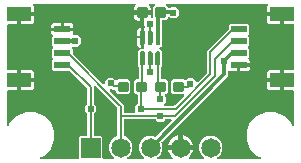
<source format=gbr>
G04 EAGLE Gerber RS-274X export*
G75*
%MOMM*%
%FSLAX34Y34*%
%LPD*%
%AMOC8*
5,1,8,0,0,1.08239X$1,22.5*%
G01*
%ADD10C,0.222250*%
%ADD11R,1.651000X1.651000*%
%ADD12C,1.651000*%
%ADD13R,1.350000X0.600000*%
%ADD14R,2.000000X1.200000*%
%ADD15R,0.400000X1.200000*%
%ADD16R,0.400000X1.000000*%
%ADD17C,0.609600*%
%ADD18C,0.203200*%
%ADD19C,0.304800*%

G36*
X144431Y5215D02*
X144431Y5215D01*
X144483Y5214D01*
X144562Y5235D01*
X144643Y5248D01*
X144690Y5270D01*
X144739Y5284D01*
X144809Y5328D01*
X144883Y5363D01*
X144920Y5398D01*
X144964Y5426D01*
X145017Y5489D01*
X145077Y5545D01*
X145102Y5589D01*
X145136Y5629D01*
X145168Y5704D01*
X145209Y5775D01*
X145220Y5826D01*
X145240Y5873D01*
X145249Y5955D01*
X145267Y6035D01*
X145262Y6086D01*
X145268Y6138D01*
X145252Y6218D01*
X145245Y6300D01*
X145226Y6348D01*
X145216Y6398D01*
X145188Y6442D01*
X145146Y6547D01*
X145033Y6686D01*
X145008Y6724D01*
X143765Y7967D01*
X142767Y9342D01*
X141995Y10856D01*
X141470Y12472D01*
X141351Y13223D01*
X151111Y13223D01*
X151212Y13238D01*
X151315Y13246D01*
X151343Y13258D01*
X151374Y13263D01*
X151466Y13307D01*
X151561Y13345D01*
X151585Y13365D01*
X151613Y13378D01*
X151688Y13448D01*
X151768Y13513D01*
X151785Y13539D01*
X151807Y13560D01*
X151858Y13649D01*
X151915Y13734D01*
X151920Y13758D01*
X151939Y13790D01*
X151997Y14050D01*
X151994Y14088D01*
X151999Y14111D01*
X151999Y15001D01*
X152001Y15001D01*
X152001Y14111D01*
X152016Y14009D01*
X152025Y13907D01*
X152036Y13879D01*
X152041Y13848D01*
X152085Y13756D01*
X152124Y13660D01*
X152143Y13637D01*
X152156Y13609D01*
X152226Y13534D01*
X152291Y13454D01*
X152317Y13437D01*
X152338Y13415D01*
X152427Y13364D01*
X152512Y13307D01*
X152536Y13301D01*
X152569Y13283D01*
X152828Y13225D01*
X152866Y13228D01*
X152889Y13223D01*
X162649Y13223D01*
X162530Y12472D01*
X162005Y10856D01*
X161233Y9342D01*
X160235Y7967D01*
X158992Y6724D01*
X158961Y6683D01*
X158923Y6647D01*
X158882Y6576D01*
X158834Y6510D01*
X158817Y6461D01*
X158791Y6417D01*
X158773Y6337D01*
X158746Y6259D01*
X158745Y6207D01*
X158733Y6157D01*
X158740Y6075D01*
X158737Y5993D01*
X158751Y5944D01*
X158755Y5892D01*
X158786Y5816D01*
X158807Y5737D01*
X158835Y5693D01*
X158854Y5645D01*
X158906Y5582D01*
X158950Y5513D01*
X158989Y5479D01*
X159022Y5439D01*
X159090Y5394D01*
X159152Y5341D01*
X159200Y5320D01*
X159243Y5292D01*
X159293Y5280D01*
X159397Y5236D01*
X159575Y5218D01*
X159620Y5208D01*
X170858Y5208D01*
X170909Y5215D01*
X170961Y5214D01*
X171040Y5235D01*
X171121Y5248D01*
X171167Y5270D01*
X171217Y5284D01*
X171286Y5328D01*
X171360Y5363D01*
X171398Y5398D01*
X171441Y5426D01*
X171495Y5489D01*
X171554Y5545D01*
X171580Y5589D01*
X171613Y5629D01*
X171646Y5704D01*
X171686Y5775D01*
X171698Y5826D01*
X171718Y5873D01*
X171726Y5955D01*
X171744Y6035D01*
X171740Y6086D01*
X171745Y6138D01*
X171729Y6218D01*
X171723Y6300D01*
X171703Y6348D01*
X171693Y6398D01*
X171666Y6442D01*
X171624Y6547D01*
X171511Y6686D01*
X171486Y6724D01*
X168894Y9316D01*
X167366Y13004D01*
X167366Y16996D01*
X168894Y20684D01*
X171716Y23506D01*
X175404Y25034D01*
X179396Y25034D01*
X183084Y23506D01*
X185906Y20684D01*
X187434Y16996D01*
X187434Y13004D01*
X185906Y9316D01*
X183314Y6724D01*
X183283Y6683D01*
X183246Y6647D01*
X183205Y6576D01*
X183156Y6510D01*
X183139Y6461D01*
X183114Y6417D01*
X183096Y6337D01*
X183069Y6259D01*
X183067Y6207D01*
X183056Y6157D01*
X183062Y6075D01*
X183060Y5993D01*
X183073Y5944D01*
X183077Y5892D01*
X183108Y5816D01*
X183130Y5737D01*
X183157Y5693D01*
X183176Y5645D01*
X183228Y5582D01*
X183272Y5513D01*
X183311Y5479D01*
X183344Y5439D01*
X183412Y5394D01*
X183475Y5341D01*
X183522Y5320D01*
X183565Y5292D01*
X183616Y5280D01*
X183719Y5236D01*
X183898Y5218D01*
X183942Y5208D01*
X219044Y5208D01*
X219135Y5222D01*
X219227Y5227D01*
X219266Y5241D01*
X219307Y5248D01*
X219390Y5288D01*
X219476Y5320D01*
X219509Y5345D01*
X219546Y5363D01*
X219614Y5426D01*
X219686Y5483D01*
X219710Y5516D01*
X219740Y5545D01*
X219786Y5625D01*
X219839Y5700D01*
X219852Y5740D01*
X219872Y5775D01*
X219892Y5865D01*
X219921Y5953D01*
X219921Y5995D01*
X219930Y6035D01*
X219922Y6127D01*
X219923Y6219D01*
X219912Y6259D01*
X219908Y6300D01*
X219874Y6385D01*
X219848Y6474D01*
X219825Y6508D01*
X219809Y6547D01*
X219751Y6618D01*
X219700Y6695D01*
X219674Y6713D01*
X219642Y6753D01*
X219421Y6900D01*
X219401Y6905D01*
X219384Y6917D01*
X216825Y7976D01*
X211176Y13625D01*
X208119Y21006D01*
X208119Y28994D01*
X211176Y36375D01*
X216825Y42024D01*
X224206Y45081D01*
X232194Y45081D01*
X239575Y42024D01*
X245224Y36375D01*
X246283Y33816D01*
X246331Y33737D01*
X246371Y33654D01*
X246399Y33624D01*
X246421Y33589D01*
X246490Y33527D01*
X246553Y33460D01*
X246589Y33439D01*
X246619Y33412D01*
X246703Y33374D01*
X246783Y33328D01*
X246824Y33319D01*
X246861Y33302D01*
X246953Y33290D01*
X247043Y33270D01*
X247084Y33273D01*
X247125Y33268D01*
X247216Y33284D01*
X247308Y33292D01*
X247346Y33307D01*
X247387Y33314D01*
X247469Y33356D01*
X247555Y33391D01*
X247587Y33417D01*
X247623Y33435D01*
X247689Y33500D01*
X247761Y33558D01*
X247784Y33593D01*
X247813Y33621D01*
X247857Y33703D01*
X247908Y33779D01*
X247915Y33810D01*
X247940Y33855D01*
X247991Y34116D01*
X247988Y34136D01*
X247992Y34156D01*
X247992Y62571D01*
X247977Y62673D01*
X247969Y62775D01*
X247957Y62803D01*
X247952Y62834D01*
X247908Y62926D01*
X247870Y63022D01*
X247850Y63045D01*
X247837Y63073D01*
X247767Y63148D01*
X247702Y63228D01*
X247676Y63245D01*
X247655Y63267D01*
X247566Y63318D01*
X247481Y63375D01*
X247457Y63381D01*
X247425Y63399D01*
X247165Y63457D01*
X247127Y63454D01*
X247104Y63459D01*
X239727Y63459D01*
X239727Y71111D01*
X239712Y71212D01*
X239703Y71315D01*
X239692Y71343D01*
X239687Y71374D01*
X239643Y71466D01*
X239604Y71561D01*
X239585Y71585D01*
X239572Y71613D01*
X239502Y71688D01*
X239437Y71768D01*
X239411Y71785D01*
X239390Y71807D01*
X239301Y71858D01*
X239216Y71915D01*
X239192Y71920D01*
X239159Y71939D01*
X238900Y71997D01*
X238862Y71994D01*
X238839Y71999D01*
X237949Y71999D01*
X237949Y72001D01*
X238839Y72001D01*
X238940Y72016D01*
X239043Y72025D01*
X239071Y72036D01*
X239102Y72041D01*
X239194Y72085D01*
X239289Y72124D01*
X239313Y72143D01*
X239341Y72156D01*
X239416Y72226D01*
X239496Y72291D01*
X239513Y72317D01*
X239535Y72338D01*
X239586Y72427D01*
X239643Y72512D01*
X239648Y72536D01*
X239667Y72569D01*
X239725Y72828D01*
X239722Y72866D01*
X239727Y72889D01*
X239727Y80541D01*
X247104Y80541D01*
X247206Y80556D01*
X247308Y80564D01*
X247336Y80576D01*
X247367Y80581D01*
X247459Y80625D01*
X247555Y80663D01*
X247578Y80683D01*
X247606Y80696D01*
X247681Y80766D01*
X247761Y80831D01*
X247778Y80857D01*
X247800Y80878D01*
X247851Y80967D01*
X247908Y81052D01*
X247914Y81076D01*
X247932Y81108D01*
X247990Y81368D01*
X247987Y81406D01*
X247992Y81429D01*
X247992Y118571D01*
X247977Y118672D01*
X247969Y118775D01*
X247957Y118803D01*
X247952Y118834D01*
X247908Y118926D01*
X247870Y119022D01*
X247850Y119045D01*
X247837Y119073D01*
X247767Y119148D01*
X247702Y119228D01*
X247676Y119245D01*
X247655Y119267D01*
X247566Y119318D01*
X247481Y119375D01*
X247457Y119381D01*
X247425Y119399D01*
X247165Y119457D01*
X247127Y119454D01*
X247104Y119459D01*
X239727Y119459D01*
X239727Y127111D01*
X239712Y127212D01*
X239703Y127315D01*
X239692Y127343D01*
X239687Y127374D01*
X239643Y127466D01*
X239604Y127561D01*
X239585Y127585D01*
X239572Y127613D01*
X239502Y127688D01*
X239437Y127768D01*
X239411Y127785D01*
X239390Y127807D01*
X239301Y127858D01*
X239216Y127915D01*
X239192Y127920D01*
X239159Y127939D01*
X238900Y127997D01*
X238862Y127994D01*
X238839Y127999D01*
X237949Y127999D01*
X237949Y128889D01*
X237934Y128990D01*
X237925Y129093D01*
X237914Y129121D01*
X237909Y129152D01*
X237865Y129244D01*
X237826Y129339D01*
X237807Y129363D01*
X237794Y129391D01*
X237724Y129466D01*
X237659Y129546D01*
X237633Y129563D01*
X237612Y129585D01*
X237523Y129636D01*
X237438Y129693D01*
X237414Y129698D01*
X237381Y129717D01*
X237122Y129775D01*
X237084Y129772D01*
X237061Y129777D01*
X225409Y129777D01*
X225409Y134335D01*
X225582Y134981D01*
X225859Y135460D01*
X225884Y135524D01*
X225918Y135583D01*
X225932Y135647D01*
X225956Y135707D01*
X225961Y135776D01*
X225976Y135843D01*
X225971Y135908D01*
X225975Y135972D01*
X225960Y136039D01*
X225954Y136108D01*
X225930Y136168D01*
X225916Y136231D01*
X225881Y136291D01*
X225855Y136355D01*
X225814Y136405D01*
X225782Y136461D01*
X225731Y136507D01*
X225688Y136561D01*
X225634Y136597D01*
X225586Y136641D01*
X225524Y136670D01*
X225467Y136708D01*
X225423Y136718D01*
X225346Y136755D01*
X225103Y136789D01*
X225090Y136792D01*
X140421Y136792D01*
X140370Y136785D01*
X140318Y136786D01*
X140239Y136765D01*
X140158Y136752D01*
X140111Y136730D01*
X140062Y136716D01*
X139992Y136672D01*
X139919Y136637D01*
X139881Y136602D01*
X139837Y136574D01*
X139784Y136511D01*
X139724Y136455D01*
X139699Y136411D01*
X139665Y136371D01*
X139633Y136296D01*
X139592Y136225D01*
X139581Y136174D01*
X139561Y136127D01*
X139552Y136045D01*
X139535Y135965D01*
X139539Y135914D01*
X139533Y135862D01*
X139550Y135782D01*
X139556Y135700D01*
X139575Y135652D01*
X139585Y135602D01*
X139613Y135558D01*
X139655Y135453D01*
X139768Y135314D01*
X139793Y135276D01*
X141120Y133949D01*
X141120Y133609D01*
X141135Y133507D01*
X141143Y133405D01*
X141155Y133377D01*
X141160Y133346D01*
X141204Y133254D01*
X141242Y133158D01*
X141262Y133135D01*
X141275Y133107D01*
X141345Y133032D01*
X141410Y132952D01*
X141436Y132935D01*
X141457Y132913D01*
X141546Y132862D01*
X141631Y132805D01*
X141655Y132799D01*
X141687Y132781D01*
X141798Y132756D01*
X141814Y132749D01*
X141842Y132746D01*
X141947Y132723D01*
X141985Y132726D01*
X142008Y132721D01*
X142037Y132721D01*
X142057Y132724D01*
X142078Y132722D01*
X142179Y132742D01*
X142212Y132744D01*
X142223Y132749D01*
X142300Y132761D01*
X142318Y132770D01*
X142339Y132774D01*
X142378Y132798D01*
X142539Y132876D01*
X142621Y132953D01*
X142665Y132981D01*
X143797Y134113D01*
X147795Y134113D01*
X150623Y131285D01*
X150623Y127287D01*
X147795Y124459D01*
X143797Y124459D01*
X142636Y125620D01*
X142595Y125651D01*
X142559Y125688D01*
X142488Y125729D01*
X142422Y125778D01*
X142373Y125795D01*
X142329Y125820D01*
X142249Y125838D01*
X142171Y125865D01*
X142119Y125867D01*
X142069Y125878D01*
X141987Y125871D01*
X141905Y125874D01*
X141856Y125861D01*
X141804Y125856D01*
X141728Y125826D01*
X141649Y125804D01*
X141605Y125777D01*
X141557Y125757D01*
X141494Y125706D01*
X141425Y125662D01*
X141391Y125622D01*
X141351Y125590D01*
X141306Y125521D01*
X141253Y125459D01*
X141232Y125412D01*
X141204Y125369D01*
X141192Y125318D01*
X141148Y125215D01*
X141130Y125036D01*
X141120Y124992D01*
X141120Y124887D01*
X139427Y123194D01*
X136961Y123194D01*
X136859Y123179D01*
X136757Y123171D01*
X136729Y123159D01*
X136698Y123154D01*
X136606Y123110D01*
X136510Y123072D01*
X136487Y123052D01*
X136459Y123039D01*
X136384Y122969D01*
X136304Y122904D01*
X136287Y122878D01*
X136265Y122857D01*
X136214Y122768D01*
X136157Y122683D01*
X136151Y122659D01*
X136133Y122627D01*
X136075Y122367D01*
X136078Y122329D01*
X136073Y122306D01*
X136073Y115145D01*
X136076Y115124D01*
X136074Y115103D01*
X136096Y114993D01*
X136113Y114882D01*
X136122Y114863D01*
X136126Y114842D01*
X136150Y114804D01*
X136228Y114643D01*
X136305Y114560D01*
X136333Y114517D01*
X136549Y114301D01*
X136549Y100827D01*
X135507Y99785D01*
X134937Y99785D01*
X134812Y99766D01*
X134687Y99749D01*
X134681Y99747D01*
X134674Y99745D01*
X134560Y99690D01*
X134446Y99637D01*
X134441Y99633D01*
X134435Y99630D01*
X134342Y99543D01*
X134249Y99459D01*
X134246Y99453D01*
X134241Y99448D01*
X134178Y99339D01*
X134114Y99230D01*
X134112Y99223D01*
X134109Y99218D01*
X134081Y99095D01*
X134052Y98972D01*
X134052Y98965D01*
X134051Y98958D01*
X134061Y98832D01*
X134070Y98706D01*
X134072Y98701D01*
X134073Y98693D01*
X134172Y98446D01*
X134216Y98392D01*
X134232Y98356D01*
X134423Y98107D01*
X134438Y98093D01*
X134449Y98075D01*
X134534Y98001D01*
X134615Y97923D01*
X134634Y97914D01*
X134649Y97900D01*
X134692Y97884D01*
X134852Y97804D01*
X134964Y97785D01*
X135012Y97768D01*
X135091Y97757D01*
X135190Y97662D01*
X135255Y97629D01*
X135284Y97559D01*
X135295Y97541D01*
X135301Y97521D01*
X135363Y97427D01*
X135421Y97331D01*
X135437Y97317D01*
X135449Y97300D01*
X135486Y97274D01*
X135620Y97154D01*
X135723Y97108D01*
X135765Y97078D01*
X135838Y97048D01*
X135909Y96930D01*
X135964Y96881D01*
X135974Y96806D01*
X135979Y96786D01*
X135980Y96765D01*
X136016Y96659D01*
X136047Y96551D01*
X136059Y96533D01*
X136066Y96513D01*
X136095Y96478D01*
X136193Y96329D01*
X136280Y96257D01*
X136313Y96217D01*
X136376Y96169D01*
X136415Y96037D01*
X136465Y95959D01*
X136462Y95922D01*
X136472Y95869D01*
X136473Y95814D01*
X136498Y95739D01*
X136514Y95661D01*
X136535Y95628D01*
X136549Y95586D01*
X136549Y95459D01*
X136589Y95196D01*
X136611Y95150D01*
X136616Y95119D01*
X136685Y94952D01*
X136649Y94864D01*
X136640Y94827D01*
X136623Y94793D01*
X136618Y94740D01*
X136585Y94606D01*
X136594Y94461D01*
X136589Y94408D01*
X136656Y93901D01*
X136633Y93866D01*
X136626Y93838D01*
X136604Y93797D01*
X136550Y93537D01*
X136553Y93507D01*
X136549Y93489D01*
X136549Y83827D01*
X135825Y83103D01*
X135812Y83086D01*
X135796Y83073D01*
X135780Y83049D01*
X135767Y83037D01*
X135736Y82983D01*
X135734Y82980D01*
X135667Y82889D01*
X135660Y82870D01*
X135649Y82852D01*
X135641Y82816D01*
X135635Y82806D01*
X135629Y82779D01*
X135580Y82638D01*
X135576Y82526D01*
X135565Y82475D01*
X135565Y73792D01*
X135580Y73690D01*
X135588Y73588D01*
X135600Y73560D01*
X135605Y73529D01*
X135649Y73437D01*
X135687Y73341D01*
X135707Y73318D01*
X135720Y73290D01*
X135790Y73215D01*
X135855Y73135D01*
X135881Y73118D01*
X135902Y73096D01*
X135991Y73045D01*
X136076Y72988D01*
X136100Y72982D01*
X136132Y72964D01*
X136392Y72906D01*
X136430Y72909D01*
X136453Y72904D01*
X139325Y72904D01*
X141018Y71211D01*
X141018Y62149D01*
X139325Y60456D01*
X139268Y60456D01*
X139217Y60449D01*
X139166Y60450D01*
X139086Y60429D01*
X139005Y60416D01*
X138959Y60394D01*
X138909Y60380D01*
X138840Y60336D01*
X138766Y60301D01*
X138728Y60266D01*
X138685Y60238D01*
X138632Y60175D01*
X138572Y60119D01*
X138546Y60075D01*
X138513Y60035D01*
X138480Y59960D01*
X138440Y59889D01*
X138429Y59838D01*
X138408Y59791D01*
X138400Y59709D01*
X138382Y59629D01*
X138386Y59578D01*
X138381Y59526D01*
X138397Y59446D01*
X138404Y59364D01*
X138423Y59316D01*
X138433Y59266D01*
X138461Y59222D01*
X138503Y59117D01*
X138616Y58978D01*
X138640Y58940D01*
X139701Y57879D01*
X139701Y53881D01*
X137883Y52063D01*
X137852Y52022D01*
X137815Y51986D01*
X137774Y51915D01*
X137725Y51849D01*
X137708Y51800D01*
X137683Y51756D01*
X137665Y51676D01*
X137638Y51598D01*
X137636Y51546D01*
X137625Y51496D01*
X137632Y51414D01*
X137629Y51332D01*
X137642Y51283D01*
X137647Y51231D01*
X137677Y51155D01*
X137699Y51076D01*
X137726Y51032D01*
X137746Y50984D01*
X137797Y50921D01*
X137841Y50852D01*
X137881Y50818D01*
X137913Y50778D01*
X137982Y50733D01*
X138044Y50680D01*
X138091Y50659D01*
X138134Y50631D01*
X138185Y50619D01*
X138288Y50575D01*
X138467Y50557D01*
X138511Y50547D01*
X146332Y50547D01*
X146352Y50550D01*
X146373Y50548D01*
X146484Y50570D01*
X146594Y50587D01*
X146613Y50596D01*
X146634Y50600D01*
X146673Y50624D01*
X146834Y50702D01*
X146916Y50779D01*
X146960Y50807D01*
X155093Y58940D01*
X155123Y58981D01*
X155161Y59017D01*
X155202Y59088D01*
X155251Y59154D01*
X155268Y59203D01*
X155293Y59247D01*
X155311Y59327D01*
X155338Y59405D01*
X155340Y59457D01*
X155351Y59507D01*
X155344Y59589D01*
X155347Y59671D01*
X155333Y59720D01*
X155329Y59772D01*
X155299Y59848D01*
X155277Y59927D01*
X155249Y59971D01*
X155230Y60019D01*
X155178Y60082D01*
X155135Y60151D01*
X155095Y60185D01*
X155063Y60225D01*
X154994Y60270D01*
X154932Y60323D01*
X154884Y60344D01*
X154842Y60372D01*
X154791Y60384D01*
X154687Y60428D01*
X154509Y60446D01*
X154465Y60456D01*
X145503Y60456D01*
X143810Y62149D01*
X143810Y71211D01*
X145503Y72904D01*
X154565Y72904D01*
X155413Y72055D01*
X155496Y71994D01*
X155574Y71928D01*
X155602Y71916D01*
X155627Y71898D01*
X155724Y71864D01*
X155819Y71824D01*
X155849Y71820D01*
X155878Y71810D01*
X155981Y71807D01*
X156083Y71796D01*
X156113Y71802D01*
X156144Y71801D01*
X156243Y71828D01*
X156344Y71848D01*
X156364Y71861D01*
X156400Y71871D01*
X156625Y72014D01*
X156649Y72043D01*
X156669Y72055D01*
X158275Y73661D01*
X162273Y73661D01*
X165167Y70767D01*
X165177Y70733D01*
X165221Y70664D01*
X165256Y70590D01*
X165291Y70552D01*
X165319Y70509D01*
X165382Y70456D01*
X165438Y70396D01*
X165482Y70370D01*
X165522Y70337D01*
X165597Y70305D01*
X165668Y70264D01*
X165719Y70253D01*
X165766Y70232D01*
X165848Y70224D01*
X165928Y70206D01*
X165979Y70210D01*
X166031Y70205D01*
X166111Y70221D01*
X166193Y70228D01*
X166241Y70247D01*
X166291Y70257D01*
X166335Y70285D01*
X166440Y70327D01*
X166579Y70440D01*
X166617Y70464D01*
X174237Y78084D01*
X174250Y78101D01*
X174266Y78114D01*
X174328Y78208D01*
X174395Y78298D01*
X174402Y78318D01*
X174413Y78336D01*
X174423Y78380D01*
X174482Y78549D01*
X174486Y78662D01*
X174497Y78712D01*
X174497Y96662D01*
X176394Y98559D01*
X176395Y98559D01*
X192411Y114575D01*
X192424Y114592D01*
X192440Y114606D01*
X192502Y114699D01*
X192569Y114789D01*
X192576Y114809D01*
X192587Y114827D01*
X192597Y114871D01*
X192656Y115040D01*
X192660Y115153D01*
X192671Y115204D01*
X192671Y118737D01*
X193713Y119779D01*
X208687Y119779D01*
X209729Y118737D01*
X209729Y111263D01*
X209094Y110628D01*
X209066Y110591D01*
X209046Y110573D01*
X209027Y110539D01*
X208966Y110467D01*
X208954Y110439D01*
X208936Y110414D01*
X208902Y110317D01*
X208862Y110223D01*
X208859Y110192D01*
X208849Y110163D01*
X208845Y110060D01*
X208834Y109958D01*
X208840Y109928D01*
X208839Y109897D01*
X208866Y109798D01*
X208886Y109698D01*
X208899Y109677D01*
X208909Y109641D01*
X209052Y109417D01*
X209081Y109392D01*
X209094Y109372D01*
X209729Y108737D01*
X209729Y101263D01*
X209094Y100628D01*
X209033Y100545D01*
X208966Y100467D01*
X208954Y100439D01*
X208936Y100414D01*
X208902Y100317D01*
X208862Y100223D01*
X208859Y100192D01*
X208849Y100163D01*
X208845Y100060D01*
X208834Y99958D01*
X208840Y99928D01*
X208839Y99897D01*
X208866Y99798D01*
X208886Y99698D01*
X208899Y99677D01*
X208909Y99641D01*
X209052Y99417D01*
X209081Y99392D01*
X209094Y99372D01*
X209729Y98737D01*
X209729Y91263D01*
X209632Y91167D01*
X209571Y91084D01*
X209505Y91006D01*
X209493Y90978D01*
X209475Y90953D01*
X209441Y90856D01*
X209401Y90762D01*
X209397Y90731D01*
X209387Y90702D01*
X209384Y90599D01*
X209373Y90497D01*
X209379Y90467D01*
X209378Y90436D01*
X209405Y90337D01*
X209425Y90236D01*
X209438Y90216D01*
X209448Y90180D01*
X209591Y89955D01*
X209620Y89931D01*
X209632Y89911D01*
X209983Y89560D01*
X210318Y88981D01*
X210491Y88335D01*
X210491Y86499D01*
X201811Y86499D01*
X201710Y86484D01*
X201607Y86476D01*
X201579Y86464D01*
X201548Y86459D01*
X201456Y86415D01*
X201361Y86377D01*
X201337Y86357D01*
X201309Y86344D01*
X201234Y86274D01*
X201154Y86209D01*
X201137Y86183D01*
X201115Y86162D01*
X201064Y86073D01*
X201007Y85988D01*
X201002Y85964D01*
X200983Y85932D01*
X200925Y85672D01*
X200928Y85634D01*
X200923Y85611D01*
X200923Y85277D01*
X200589Y85277D01*
X200487Y85262D01*
X200385Y85253D01*
X200357Y85242D01*
X200326Y85237D01*
X200234Y85193D01*
X200138Y85154D01*
X200115Y85135D01*
X200087Y85122D01*
X200012Y85051D01*
X199932Y84987D01*
X199915Y84961D01*
X199893Y84940D01*
X199842Y84851D01*
X199785Y84766D01*
X199779Y84742D01*
X199761Y84709D01*
X199703Y84450D01*
X199706Y84412D01*
X199701Y84389D01*
X199701Y79459D01*
X194115Y79459D01*
X193469Y79632D01*
X193103Y79844D01*
X193039Y79869D01*
X192980Y79903D01*
X192916Y79917D01*
X192856Y79941D01*
X192787Y79946D01*
X192720Y79961D01*
X192655Y79956D01*
X192591Y79960D01*
X192523Y79945D01*
X192455Y79939D01*
X192395Y79915D01*
X192332Y79900D01*
X192272Y79866D01*
X192208Y79840D01*
X192158Y79799D01*
X192102Y79766D01*
X192056Y79716D01*
X192002Y79673D01*
X191966Y79618D01*
X191922Y79571D01*
X191893Y79509D01*
X191855Y79451D01*
X191845Y79407D01*
X191808Y79330D01*
X191774Y79088D01*
X191771Y79075D01*
X191771Y75500D01*
X189576Y73305D01*
X136067Y19796D01*
X136030Y19747D01*
X135986Y19703D01*
X135952Y19640D01*
X135909Y19582D01*
X135889Y19524D01*
X135860Y19469D01*
X135846Y19399D01*
X135822Y19331D01*
X135820Y19269D01*
X135808Y19209D01*
X135816Y19161D01*
X135813Y19066D01*
X135869Y18859D01*
X135875Y18828D01*
X136634Y16996D01*
X136634Y13004D01*
X135106Y9316D01*
X132514Y6724D01*
X132483Y6683D01*
X132446Y6647D01*
X132405Y6576D01*
X132356Y6510D01*
X132339Y6461D01*
X132314Y6417D01*
X132296Y6337D01*
X132269Y6259D01*
X132267Y6207D01*
X132256Y6157D01*
X132262Y6075D01*
X132260Y5993D01*
X132273Y5944D01*
X132277Y5892D01*
X132308Y5816D01*
X132330Y5737D01*
X132357Y5693D01*
X132376Y5645D01*
X132428Y5582D01*
X132472Y5513D01*
X132511Y5479D01*
X132544Y5439D01*
X132612Y5394D01*
X132675Y5341D01*
X132722Y5320D01*
X132765Y5292D01*
X132816Y5280D01*
X132919Y5236D01*
X133098Y5218D01*
X133142Y5208D01*
X144380Y5208D01*
X144431Y5215D01*
G37*
G36*
X64980Y5223D02*
X64980Y5223D01*
X65082Y5231D01*
X65110Y5243D01*
X65141Y5248D01*
X65233Y5292D01*
X65329Y5330D01*
X65352Y5350D01*
X65380Y5363D01*
X65455Y5433D01*
X65535Y5498D01*
X65552Y5524D01*
X65574Y5545D01*
X65625Y5634D01*
X65682Y5719D01*
X65688Y5743D01*
X65706Y5775D01*
X65764Y6035D01*
X65761Y6073D01*
X65766Y6096D01*
X65766Y23992D01*
X66808Y25034D01*
X72117Y25034D01*
X72219Y25049D01*
X72321Y25057D01*
X72349Y25069D01*
X72380Y25074D01*
X72472Y25118D01*
X72568Y25156D01*
X72591Y25176D01*
X72619Y25189D01*
X72694Y25259D01*
X72774Y25324D01*
X72791Y25350D01*
X72813Y25371D01*
X72864Y25460D01*
X72921Y25545D01*
X72927Y25569D01*
X72945Y25601D01*
X73003Y25861D01*
X73000Y25899D01*
X73005Y25922D01*
X73005Y43353D01*
X73002Y43374D01*
X73004Y43394D01*
X72982Y43505D01*
X72965Y43616D01*
X72956Y43634D01*
X72952Y43655D01*
X72928Y43694D01*
X72850Y43855D01*
X72773Y43937D01*
X72745Y43981D01*
X70973Y45753D01*
X70973Y49751D01*
X72745Y51523D01*
X72758Y51540D01*
X72774Y51553D01*
X72836Y51647D01*
X72903Y51737D01*
X72910Y51757D01*
X72921Y51774D01*
X72931Y51819D01*
X72990Y51988D01*
X72994Y52101D01*
X73005Y52151D01*
X73005Y64660D01*
X73002Y64681D01*
X73004Y64702D01*
X72982Y64812D01*
X72965Y64923D01*
X72956Y64942D01*
X72952Y64963D01*
X72928Y65001D01*
X72850Y65163D01*
X72773Y65245D01*
X72745Y65289D01*
X58073Y79961D01*
X58056Y79974D01*
X58042Y79990D01*
X57949Y80052D01*
X57859Y80119D01*
X57839Y80126D01*
X57821Y80137D01*
X57777Y80147D01*
X57608Y80206D01*
X57495Y80210D01*
X57444Y80221D01*
X44513Y80221D01*
X43471Y81263D01*
X43471Y88737D01*
X44106Y89372D01*
X44167Y89455D01*
X44234Y89533D01*
X44246Y89561D01*
X44264Y89586D01*
X44298Y89683D01*
X44338Y89777D01*
X44341Y89808D01*
X44351Y89837D01*
X44355Y89940D01*
X44366Y90042D01*
X44360Y90072D01*
X44361Y90103D01*
X44334Y90202D01*
X44314Y90302D01*
X44301Y90323D01*
X44291Y90359D01*
X44148Y90583D01*
X44119Y90608D01*
X44106Y90628D01*
X43471Y91263D01*
X43471Y98737D01*
X44106Y99372D01*
X44167Y99455D01*
X44234Y99533D01*
X44246Y99561D01*
X44264Y99586D01*
X44298Y99683D01*
X44338Y99777D01*
X44341Y99808D01*
X44351Y99837D01*
X44355Y99940D01*
X44366Y100042D01*
X44360Y100072D01*
X44361Y100103D01*
X44334Y100202D01*
X44314Y100302D01*
X44301Y100323D01*
X44291Y100359D01*
X44148Y100583D01*
X44119Y100608D01*
X44106Y100628D01*
X43471Y101263D01*
X43471Y108737D01*
X43568Y108833D01*
X43629Y108916D01*
X43695Y108994D01*
X43707Y109022D01*
X43725Y109047D01*
X43759Y109144D01*
X43799Y109238D01*
X43803Y109269D01*
X43813Y109298D01*
X43816Y109401D01*
X43827Y109503D01*
X43821Y109533D01*
X43822Y109564D01*
X43795Y109663D01*
X43775Y109764D01*
X43762Y109784D01*
X43752Y109820D01*
X43609Y110045D01*
X43580Y110069D01*
X43568Y110089D01*
X43217Y110440D01*
X42882Y111019D01*
X42709Y111665D01*
X42709Y113501D01*
X51389Y113501D01*
X51490Y113516D01*
X51593Y113524D01*
X51621Y113536D01*
X51652Y113540D01*
X51744Y113585D01*
X51839Y113623D01*
X51863Y113643D01*
X51891Y113656D01*
X51966Y113726D01*
X51997Y113752D01*
X52013Y113732D01*
X52039Y113715D01*
X52060Y113693D01*
X52149Y113642D01*
X52234Y113585D01*
X52258Y113579D01*
X52291Y113561D01*
X52550Y113503D01*
X52588Y113506D01*
X52611Y113501D01*
X61291Y113501D01*
X61291Y111665D01*
X61139Y111101D01*
X61130Y111016D01*
X61111Y110932D01*
X61115Y110884D01*
X61110Y110837D01*
X61126Y110752D01*
X61133Y110667D01*
X61151Y110623D01*
X61160Y110576D01*
X61200Y110500D01*
X61232Y110420D01*
X61262Y110383D01*
X61285Y110341D01*
X61345Y110281D01*
X61399Y110214D01*
X61439Y110188D01*
X61473Y110154D01*
X61549Y110114D01*
X61621Y110067D01*
X61655Y110059D01*
X61709Y110031D01*
X61971Y109983D01*
X61987Y109985D01*
X61997Y109983D01*
X64991Y109983D01*
X67819Y107155D01*
X67819Y103157D01*
X64991Y100329D01*
X61081Y100329D01*
X61030Y100322D01*
X60978Y100323D01*
X60899Y100302D01*
X60818Y100289D01*
X60771Y100267D01*
X60722Y100253D01*
X60652Y100209D01*
X60579Y100174D01*
X60541Y100138D01*
X60497Y100111D01*
X60444Y100048D01*
X60384Y99992D01*
X60359Y99947D01*
X60325Y99908D01*
X60293Y99833D01*
X60252Y99762D01*
X60241Y99711D01*
X60221Y99664D01*
X60212Y99582D01*
X60194Y99502D01*
X60199Y99451D01*
X60193Y99399D01*
X60209Y99319D01*
X60216Y99237D01*
X60235Y99189D01*
X60245Y99139D01*
X60273Y99095D01*
X60315Y98990D01*
X60428Y98851D01*
X60453Y98813D01*
X60529Y98737D01*
X60529Y95176D01*
X60532Y95155D01*
X60530Y95134D01*
X60552Y95023D01*
X60569Y94913D01*
X60578Y94894D01*
X60582Y94873D01*
X60606Y94835D01*
X60684Y94673D01*
X60761Y94591D01*
X60789Y94547D01*
X86367Y68969D01*
X86408Y68939D01*
X86444Y68901D01*
X86515Y68860D01*
X86581Y68812D01*
X86630Y68795D01*
X86674Y68769D01*
X86754Y68751D01*
X86832Y68724D01*
X86884Y68723D01*
X86934Y68711D01*
X87016Y68718D01*
X87098Y68715D01*
X87147Y68729D01*
X87199Y68733D01*
X87275Y68763D01*
X87354Y68785D01*
X87398Y68813D01*
X87446Y68832D01*
X87509Y68884D01*
X87578Y68928D01*
X87612Y68967D01*
X87652Y69000D01*
X87697Y69068D01*
X87750Y69130D01*
X87771Y69178D01*
X87799Y69221D01*
X87811Y69271D01*
X87855Y69375D01*
X87873Y69553D01*
X87883Y69597D01*
X87883Y71341D01*
X90711Y74169D01*
X94709Y74169D01*
X96667Y72211D01*
X96749Y72150D01*
X96828Y72084D01*
X96856Y72072D01*
X96881Y72054D01*
X96978Y72020D01*
X97072Y71980D01*
X97103Y71976D01*
X97132Y71966D01*
X97234Y71963D01*
X97336Y71952D01*
X97367Y71958D01*
X97397Y71957D01*
X97496Y71984D01*
X97597Y72004D01*
X97617Y72017D01*
X97654Y72027D01*
X97878Y72170D01*
X97903Y72199D01*
X97923Y72211D01*
X98619Y72908D01*
X107681Y72908D01*
X109374Y71215D01*
X109374Y62153D01*
X107681Y60460D01*
X98619Y60460D01*
X96926Y62153D01*
X96926Y63001D01*
X96911Y63103D01*
X96903Y63205D01*
X96891Y63233D01*
X96886Y63264D01*
X96842Y63356D01*
X96804Y63452D01*
X96784Y63475D01*
X96771Y63503D01*
X96701Y63578D01*
X96636Y63658D01*
X96610Y63675D01*
X96589Y63697D01*
X96500Y63748D01*
X96415Y63805D01*
X96391Y63811D01*
X96359Y63829D01*
X96099Y63887D01*
X96061Y63884D01*
X96038Y63889D01*
X94210Y63889D01*
X93845Y64255D01*
X93828Y64268D01*
X93814Y64284D01*
X93721Y64346D01*
X93631Y64413D01*
X93611Y64420D01*
X93593Y64431D01*
X93549Y64441D01*
X93380Y64500D01*
X93267Y64504D01*
X93216Y64515D01*
X92965Y64515D01*
X92915Y64508D01*
X92863Y64509D01*
X92784Y64488D01*
X92703Y64475D01*
X92656Y64453D01*
X92606Y64439D01*
X92537Y64395D01*
X92463Y64360D01*
X92426Y64325D01*
X92382Y64297D01*
X92329Y64234D01*
X92269Y64178D01*
X92243Y64134D01*
X92210Y64094D01*
X92178Y64019D01*
X92137Y63948D01*
X92126Y63897D01*
X92106Y63850D01*
X92097Y63768D01*
X92079Y63688D01*
X92084Y63637D01*
X92078Y63585D01*
X92094Y63505D01*
X92101Y63423D01*
X92120Y63375D01*
X92130Y63325D01*
X92158Y63281D01*
X92200Y63176D01*
X92313Y63037D01*
X92337Y62999D01*
X100973Y54363D01*
X103995Y51342D01*
X103995Y45339D01*
X104010Y45237D01*
X104018Y45135D01*
X104030Y45107D01*
X104035Y45076D01*
X104079Y44984D01*
X104117Y44888D01*
X104137Y44865D01*
X104150Y44837D01*
X104220Y44762D01*
X104285Y44682D01*
X104311Y44665D01*
X104332Y44643D01*
X104421Y44592D01*
X104506Y44535D01*
X104530Y44529D01*
X104562Y44511D01*
X104822Y44453D01*
X104860Y44456D01*
X104883Y44451D01*
X112695Y44451D01*
X112746Y44458D01*
X112798Y44457D01*
X112877Y44478D01*
X112958Y44491D01*
X113004Y44513D01*
X113054Y44527D01*
X113123Y44571D01*
X113197Y44606D01*
X113235Y44642D01*
X113278Y44669D01*
X113331Y44732D01*
X113391Y44788D01*
X113417Y44833D01*
X113450Y44872D01*
X113483Y44947D01*
X113523Y45018D01*
X113534Y45069D01*
X113555Y45117D01*
X113563Y45198D01*
X113581Y45278D01*
X113577Y45330D01*
X113582Y45381D01*
X113566Y45461D01*
X113559Y45543D01*
X113540Y45591D01*
X113537Y45605D01*
X113537Y49751D01*
X115309Y51523D01*
X115322Y51540D01*
X115338Y51553D01*
X115400Y51647D01*
X115467Y51737D01*
X115474Y51757D01*
X115485Y51774D01*
X115495Y51819D01*
X115554Y51988D01*
X115558Y52101D01*
X115569Y52151D01*
X115569Y59572D01*
X115554Y59674D01*
X115546Y59776D01*
X115534Y59804D01*
X115529Y59835D01*
X115485Y59927D01*
X115447Y60023D01*
X115427Y60046D01*
X115414Y60074D01*
X115344Y60149D01*
X115279Y60229D01*
X115253Y60246D01*
X115232Y60268D01*
X115143Y60319D01*
X115058Y60376D01*
X115034Y60382D01*
X115002Y60400D01*
X114742Y60458D01*
X114704Y60455D01*
X114681Y60460D01*
X113859Y60460D01*
X112166Y62153D01*
X112166Y71215D01*
X113859Y72908D01*
X116087Y72908D01*
X116189Y72923D01*
X116291Y72931D01*
X116319Y72943D01*
X116350Y72948D01*
X116442Y72992D01*
X116538Y73030D01*
X116561Y73050D01*
X116589Y73063D01*
X116664Y73133D01*
X116744Y73198D01*
X116761Y73224D01*
X116783Y73245D01*
X116834Y73334D01*
X116891Y73419D01*
X116897Y73443D01*
X116915Y73475D01*
X116973Y73735D01*
X116970Y73773D01*
X116975Y73796D01*
X116975Y82475D01*
X116972Y82496D01*
X116974Y82517D01*
X116952Y82627D01*
X116935Y82738D01*
X116926Y82757D01*
X116922Y82778D01*
X116898Y82816D01*
X116855Y82904D01*
X116842Y82936D01*
X116836Y82944D01*
X116820Y82977D01*
X116743Y83060D01*
X116715Y83103D01*
X115991Y83827D01*
X115991Y93489D01*
X115977Y93584D01*
X115971Y93680D01*
X115958Y93706D01*
X115951Y93752D01*
X115883Y93893D01*
X115951Y94408D01*
X115950Y94447D01*
X115958Y94484D01*
X115949Y94536D01*
X115946Y94674D01*
X115900Y94813D01*
X115891Y94864D01*
X115855Y94952D01*
X115924Y95119D01*
X115987Y95377D01*
X115985Y95428D01*
X115991Y95459D01*
X115991Y95591D01*
X116003Y95624D01*
X116038Y95695D01*
X116041Y95735D01*
X116064Y95801D01*
X116069Y95935D01*
X116085Y95979D01*
X116152Y96100D01*
X116166Y96171D01*
X116227Y96217D01*
X116241Y96232D01*
X116259Y96243D01*
X116333Y96328D01*
X116411Y96409D01*
X116420Y96428D01*
X116434Y96443D01*
X116450Y96486D01*
X116530Y96646D01*
X116549Y96758D01*
X116566Y96806D01*
X116577Y96885D01*
X116672Y96984D01*
X116705Y97049D01*
X116775Y97078D01*
X116793Y97089D01*
X116813Y97095D01*
X116907Y97157D01*
X117003Y97215D01*
X117017Y97231D01*
X117034Y97243D01*
X117060Y97280D01*
X117180Y97414D01*
X117226Y97517D01*
X117256Y97559D01*
X117286Y97632D01*
X117404Y97703D01*
X117453Y97758D01*
X117528Y97768D01*
X117548Y97773D01*
X117569Y97774D01*
X117675Y97810D01*
X117783Y97841D01*
X117801Y97853D01*
X117820Y97859D01*
X117855Y97889D01*
X118005Y97987D01*
X118028Y98015D01*
X118034Y98019D01*
X118078Y98075D01*
X118116Y98107D01*
X118131Y98126D01*
X118154Y98167D01*
X118174Y98192D01*
X118178Y98202D01*
X118198Y98227D01*
X118224Y98295D01*
X118259Y98359D01*
X118272Y98418D01*
X118294Y98475D01*
X118299Y98548D01*
X118313Y98619D01*
X118307Y98680D01*
X118312Y98741D01*
X118295Y98811D01*
X118288Y98883D01*
X118264Y98940D01*
X118250Y98999D01*
X118213Y99062D01*
X118185Y99129D01*
X118146Y99175D01*
X118115Y99228D01*
X118077Y99258D01*
X118015Y99332D01*
X117837Y99447D01*
X117812Y99467D01*
X117339Y99695D01*
X116565Y100312D01*
X116539Y100333D01*
X115901Y101133D01*
X115457Y102055D01*
X115229Y103052D01*
X115229Y107565D01*
X117771Y107565D01*
X117771Y103564D01*
X117773Y103554D01*
X117771Y103545D01*
X117776Y103526D01*
X117775Y103499D01*
X117826Y103111D01*
X117841Y103068D01*
X117860Y102985D01*
X118010Y102623D01*
X118035Y102586D01*
X118075Y102510D01*
X118313Y102199D01*
X118347Y102170D01*
X118405Y102107D01*
X118716Y101869D01*
X118757Y101849D01*
X118771Y101840D01*
X118771Y99326D01*
X118780Y99265D01*
X118779Y99203D01*
X118800Y99134D01*
X118810Y99063D01*
X118837Y99007D01*
X118855Y98948D01*
X118895Y98889D01*
X118926Y98824D01*
X118969Y98779D01*
X119003Y98727D01*
X119042Y98699D01*
X119108Y98630D01*
X119293Y98523D01*
X119319Y98505D01*
X119430Y98459D01*
X119451Y98454D01*
X119469Y98444D01*
X119579Y98423D01*
X119688Y98396D01*
X119709Y98397D01*
X119730Y98393D01*
X119775Y98401D01*
X119953Y98411D01*
X120059Y98450D01*
X120110Y98459D01*
X120221Y98505D01*
X120274Y98537D01*
X120332Y98560D01*
X120387Y98606D01*
X120449Y98643D01*
X120490Y98689D01*
X120538Y98728D01*
X120578Y98788D01*
X120625Y98841D01*
X120651Y98898D01*
X120685Y98949D01*
X120696Y98996D01*
X120735Y99083D01*
X120758Y99259D01*
X120767Y99301D01*
X120766Y99312D01*
X120769Y99326D01*
X120769Y101840D01*
X120824Y101869D01*
X121135Y102107D01*
X121164Y102141D01*
X121227Y102199D01*
X121465Y102510D01*
X121485Y102551D01*
X121530Y102623D01*
X121680Y102985D01*
X121689Y103029D01*
X121714Y103111D01*
X121765Y103499D01*
X121763Y103527D01*
X121769Y103564D01*
X121769Y113064D01*
X121768Y113072D01*
X121769Y113081D01*
X121748Y113169D01*
X121730Y113259D01*
X121725Y113266D01*
X121723Y113274D01*
X121669Y113347D01*
X121617Y113423D01*
X121610Y113427D01*
X121605Y113434D01*
X121527Y113481D01*
X121450Y113530D01*
X121441Y113531D01*
X121434Y113536D01*
X121270Y113563D01*
X120769Y113563D01*
X120769Y116105D01*
X121051Y116105D01*
X121102Y116112D01*
X121153Y116111D01*
X121233Y116132D01*
X121314Y116144D01*
X121360Y116167D01*
X121410Y116181D01*
X121479Y116225D01*
X121553Y116260D01*
X121591Y116296D01*
X121634Y116323D01*
X121687Y116386D01*
X121747Y116442D01*
X121773Y116487D01*
X121806Y116526D01*
X121839Y116601D01*
X121879Y116672D01*
X121890Y116723D01*
X121911Y116770D01*
X121919Y116852D01*
X121937Y116932D01*
X121933Y116983D01*
X121938Y117035D01*
X121922Y117115D01*
X121915Y117197D01*
X121896Y117245D01*
X121886Y117295D01*
X121858Y117339D01*
X121816Y117443D01*
X121703Y117583D01*
X121679Y117621D01*
X121411Y117889D01*
X121411Y122094D01*
X121418Y122114D01*
X121422Y122227D01*
X121433Y122277D01*
X121433Y127641D01*
X126642Y127641D01*
X126642Y125603D01*
X126657Y125501D01*
X126665Y125399D01*
X126677Y125371D01*
X126682Y125340D01*
X126726Y125248D01*
X126764Y125152D01*
X126784Y125129D01*
X126797Y125101D01*
X126867Y125026D01*
X126932Y124946D01*
X126958Y124929D01*
X126979Y124907D01*
X127068Y124856D01*
X127153Y124799D01*
X127177Y124793D01*
X127209Y124775D01*
X127469Y124717D01*
X127507Y124720D01*
X127530Y124715D01*
X127784Y124715D01*
X127886Y124730D01*
X127988Y124738D01*
X128016Y124750D01*
X128047Y124755D01*
X128139Y124799D01*
X128235Y124837D01*
X128258Y124857D01*
X128286Y124870D01*
X128361Y124940D01*
X128441Y125005D01*
X128458Y125031D01*
X128480Y125052D01*
X128531Y125141D01*
X128588Y125226D01*
X128594Y125250D01*
X128612Y125282D01*
X128670Y125542D01*
X128667Y125580D01*
X128672Y125603D01*
X128672Y133949D01*
X129999Y135276D01*
X130030Y135317D01*
X130068Y135353D01*
X130108Y135424D01*
X130157Y135490D01*
X130174Y135539D01*
X130200Y135583D01*
X130217Y135663D01*
X130244Y135741D01*
X130246Y135793D01*
X130257Y135843D01*
X130251Y135925D01*
X130254Y136007D01*
X130240Y136056D01*
X130236Y136108D01*
X130205Y136184D01*
X130184Y136263D01*
X130156Y136307D01*
X130137Y136355D01*
X130085Y136418D01*
X130041Y136487D01*
X130002Y136521D01*
X129969Y136561D01*
X129901Y136606D01*
X129838Y136659D01*
X129791Y136680D01*
X129748Y136708D01*
X129698Y136720D01*
X129594Y136764D01*
X129416Y136782D01*
X129371Y136792D01*
X126258Y136792D01*
X126207Y136785D01*
X126156Y136786D01*
X126076Y136765D01*
X125996Y136752D01*
X125949Y136730D01*
X125899Y136716D01*
X125830Y136672D01*
X125756Y136637D01*
X125718Y136601D01*
X125675Y136574D01*
X125622Y136511D01*
X125562Y136455D01*
X125536Y136410D01*
X125503Y136371D01*
X125471Y136296D01*
X125430Y136225D01*
X125419Y136174D01*
X125398Y136127D01*
X125390Y136045D01*
X125372Y135965D01*
X125376Y135914D01*
X125371Y135862D01*
X125387Y135782D01*
X125394Y135700D01*
X125413Y135652D01*
X125423Y135602D01*
X125451Y135558D01*
X125493Y135453D01*
X125606Y135314D01*
X125630Y135276D01*
X125912Y134994D01*
X126393Y134161D01*
X126642Y133233D01*
X126642Y131195D01*
X120545Y131195D01*
X120444Y131180D01*
X120341Y131171D01*
X120313Y131160D01*
X120282Y131155D01*
X120190Y131111D01*
X120095Y131072D01*
X120071Y131053D01*
X120043Y131040D01*
X119968Y130970D01*
X119888Y130905D01*
X119871Y130879D01*
X119849Y130858D01*
X119798Y130769D01*
X119741Y130684D01*
X119736Y130660D01*
X119717Y130627D01*
X119659Y130368D01*
X119662Y130330D01*
X119657Y130307D01*
X119657Y129417D01*
X119655Y129417D01*
X119655Y130307D01*
X119640Y130408D01*
X119631Y130511D01*
X119620Y130539D01*
X119615Y130570D01*
X119571Y130662D01*
X119532Y130757D01*
X119513Y130781D01*
X119500Y130809D01*
X119430Y130884D01*
X119365Y130964D01*
X119339Y130981D01*
X119318Y131003D01*
X119229Y131054D01*
X119144Y131111D01*
X119120Y131116D01*
X119087Y131135D01*
X118828Y131193D01*
X118790Y131190D01*
X118767Y131195D01*
X112670Y131195D01*
X112670Y133233D01*
X112919Y134161D01*
X113400Y134994D01*
X113682Y135276D01*
X113712Y135317D01*
X113750Y135353D01*
X113791Y135424D01*
X113839Y135490D01*
X113856Y135539D01*
X113882Y135583D01*
X113900Y135663D01*
X113927Y135741D01*
X113929Y135793D01*
X113940Y135843D01*
X113933Y135925D01*
X113936Y136007D01*
X113922Y136056D01*
X113918Y136108D01*
X113888Y136184D01*
X113866Y136263D01*
X113838Y136307D01*
X113819Y136355D01*
X113767Y136418D01*
X113724Y136487D01*
X113684Y136521D01*
X113652Y136561D01*
X113583Y136606D01*
X113521Y136659D01*
X113473Y136680D01*
X113430Y136708D01*
X113380Y136720D01*
X113276Y136764D01*
X113098Y136782D01*
X113054Y136792D01*
X28110Y136792D01*
X28042Y136782D01*
X27974Y136782D01*
X27911Y136762D01*
X27847Y136752D01*
X27786Y136723D01*
X27720Y136702D01*
X27667Y136665D01*
X27608Y136637D01*
X27558Y136590D01*
X27501Y136551D01*
X27461Y136500D01*
X27414Y136455D01*
X27380Y136396D01*
X27337Y136342D01*
X27314Y136281D01*
X27282Y136225D01*
X27267Y136158D01*
X27242Y136093D01*
X27238Y136028D01*
X27224Y135965D01*
X27230Y135897D01*
X27225Y135828D01*
X27239Y135785D01*
X27246Y135700D01*
X27337Y135473D01*
X27341Y135460D01*
X27618Y134981D01*
X27791Y134335D01*
X27791Y129777D01*
X16139Y129777D01*
X16038Y129762D01*
X15935Y129753D01*
X15907Y129742D01*
X15876Y129737D01*
X15784Y129693D01*
X15689Y129654D01*
X15665Y129635D01*
X15637Y129622D01*
X15562Y129552D01*
X15482Y129487D01*
X15465Y129461D01*
X15443Y129440D01*
X15392Y129351D01*
X15335Y129266D01*
X15330Y129242D01*
X15311Y129209D01*
X15253Y128950D01*
X15256Y128912D01*
X15251Y128889D01*
X15251Y127999D01*
X14361Y127999D01*
X14260Y127984D01*
X14157Y127975D01*
X14129Y127964D01*
X14098Y127959D01*
X14006Y127915D01*
X13911Y127876D01*
X13887Y127857D01*
X13859Y127844D01*
X13784Y127774D01*
X13704Y127709D01*
X13687Y127683D01*
X13665Y127662D01*
X13614Y127573D01*
X13557Y127488D01*
X13551Y127464D01*
X13533Y127431D01*
X13475Y127172D01*
X13478Y127134D01*
X13473Y127111D01*
X13473Y119459D01*
X6096Y119459D01*
X5994Y119444D01*
X5892Y119436D01*
X5864Y119424D01*
X5833Y119419D01*
X5741Y119375D01*
X5645Y119337D01*
X5622Y119317D01*
X5594Y119304D01*
X5519Y119234D01*
X5439Y119169D01*
X5422Y119143D01*
X5400Y119122D01*
X5349Y119033D01*
X5292Y118948D01*
X5286Y118924D01*
X5268Y118892D01*
X5210Y118632D01*
X5213Y118594D01*
X5208Y118571D01*
X5208Y81429D01*
X5223Y81327D01*
X5231Y81225D01*
X5243Y81197D01*
X5248Y81166D01*
X5292Y81074D01*
X5330Y80978D01*
X5350Y80955D01*
X5363Y80927D01*
X5433Y80852D01*
X5498Y80772D01*
X5524Y80755D01*
X5545Y80733D01*
X5634Y80682D01*
X5719Y80625D01*
X5743Y80619D01*
X5775Y80601D01*
X6035Y80543D01*
X6073Y80546D01*
X6096Y80541D01*
X13473Y80541D01*
X13473Y72889D01*
X13488Y72788D01*
X13497Y72685D01*
X13508Y72657D01*
X13513Y72626D01*
X13557Y72534D01*
X13596Y72439D01*
X13615Y72415D01*
X13628Y72387D01*
X13698Y72312D01*
X13763Y72232D01*
X13789Y72215D01*
X13810Y72193D01*
X13899Y72142D01*
X13984Y72085D01*
X14008Y72080D01*
X14040Y72061D01*
X14300Y72003D01*
X14338Y72006D01*
X14361Y72001D01*
X15251Y72001D01*
X15251Y71999D01*
X14361Y71999D01*
X14260Y71984D01*
X14157Y71975D01*
X14129Y71964D01*
X14098Y71959D01*
X14006Y71915D01*
X13911Y71876D01*
X13887Y71857D01*
X13859Y71844D01*
X13784Y71774D01*
X13704Y71709D01*
X13687Y71683D01*
X13665Y71662D01*
X13614Y71573D01*
X13557Y71488D01*
X13551Y71464D01*
X13533Y71431D01*
X13475Y71172D01*
X13478Y71134D01*
X13473Y71111D01*
X13473Y63459D01*
X6096Y63459D01*
X5994Y63444D01*
X5892Y63436D01*
X5864Y63424D01*
X5833Y63419D01*
X5741Y63375D01*
X5645Y63337D01*
X5622Y63317D01*
X5594Y63304D01*
X5519Y63234D01*
X5439Y63169D01*
X5422Y63143D01*
X5400Y63122D01*
X5349Y63033D01*
X5292Y62948D01*
X5286Y62924D01*
X5268Y62892D01*
X5210Y62632D01*
X5213Y62594D01*
X5208Y62571D01*
X5208Y34156D01*
X5222Y34065D01*
X5227Y33973D01*
X5241Y33934D01*
X5248Y33893D01*
X5288Y33810D01*
X5320Y33724D01*
X5345Y33691D01*
X5363Y33654D01*
X5426Y33586D01*
X5483Y33514D01*
X5516Y33490D01*
X5545Y33460D01*
X5625Y33414D01*
X5700Y33361D01*
X5740Y33348D01*
X5775Y33328D01*
X5865Y33308D01*
X5953Y33279D01*
X5995Y33279D01*
X6035Y33270D01*
X6127Y33278D01*
X6219Y33277D01*
X6259Y33288D01*
X6300Y33292D01*
X6385Y33326D01*
X6474Y33352D01*
X6508Y33375D01*
X6547Y33391D01*
X6618Y33449D01*
X6695Y33500D01*
X6713Y33526D01*
X6753Y33558D01*
X6900Y33779D01*
X6905Y33799D01*
X6917Y33816D01*
X7976Y36375D01*
X13625Y42024D01*
X21006Y45081D01*
X28994Y45081D01*
X36375Y42024D01*
X42024Y36375D01*
X45081Y28994D01*
X45081Y21006D01*
X42024Y13625D01*
X36375Y7976D01*
X33816Y6917D01*
X33737Y6869D01*
X33654Y6829D01*
X33624Y6801D01*
X33589Y6779D01*
X33527Y6710D01*
X33460Y6647D01*
X33439Y6611D01*
X33412Y6581D01*
X33374Y6497D01*
X33328Y6417D01*
X33319Y6376D01*
X33302Y6339D01*
X33290Y6247D01*
X33270Y6157D01*
X33273Y6116D01*
X33268Y6075D01*
X33284Y5984D01*
X33292Y5892D01*
X33307Y5854D01*
X33314Y5813D01*
X33356Y5731D01*
X33391Y5645D01*
X33417Y5613D01*
X33435Y5577D01*
X33500Y5511D01*
X33558Y5439D01*
X33593Y5416D01*
X33621Y5387D01*
X33703Y5343D01*
X33779Y5292D01*
X33810Y5285D01*
X33855Y5260D01*
X34116Y5209D01*
X34136Y5212D01*
X34156Y5208D01*
X64878Y5208D01*
X64980Y5223D01*
G37*
G36*
X94709Y5215D02*
X94709Y5215D01*
X94761Y5214D01*
X94840Y5235D01*
X94921Y5248D01*
X94967Y5270D01*
X95017Y5284D01*
X95086Y5328D01*
X95160Y5363D01*
X95198Y5398D01*
X95241Y5426D01*
X95295Y5489D01*
X95354Y5545D01*
X95380Y5589D01*
X95413Y5629D01*
X95446Y5704D01*
X95486Y5775D01*
X95498Y5826D01*
X95518Y5873D01*
X95526Y5955D01*
X95544Y6035D01*
X95540Y6086D01*
X95545Y6138D01*
X95529Y6218D01*
X95523Y6300D01*
X95503Y6348D01*
X95493Y6398D01*
X95466Y6442D01*
X95424Y6547D01*
X95311Y6686D01*
X95286Y6724D01*
X92694Y9316D01*
X91166Y13004D01*
X91166Y16996D01*
X92694Y20684D01*
X95516Y23506D01*
X97857Y24476D01*
X97910Y24508D01*
X97968Y24531D01*
X98023Y24576D01*
X98085Y24613D01*
X98126Y24659D01*
X98174Y24698D01*
X98214Y24758D01*
X98261Y24812D01*
X98287Y24868D01*
X98321Y24920D01*
X98332Y24967D01*
X98371Y25053D01*
X98398Y25266D01*
X98405Y25296D01*
X98405Y48658D01*
X98402Y48679D01*
X98404Y48700D01*
X98382Y48810D01*
X98365Y48921D01*
X98356Y48940D01*
X98352Y48961D01*
X98328Y48999D01*
X98250Y49161D01*
X98173Y49243D01*
X98145Y49287D01*
X97021Y50411D01*
X80111Y67321D01*
X80070Y67351D01*
X80034Y67389D01*
X79963Y67430D01*
X79897Y67478D01*
X79848Y67495D01*
X79804Y67521D01*
X79724Y67539D01*
X79646Y67566D01*
X79594Y67567D01*
X79544Y67579D01*
X79462Y67572D01*
X79380Y67575D01*
X79331Y67561D01*
X79279Y67557D01*
X79203Y67527D01*
X79124Y67505D01*
X79080Y67477D01*
X79032Y67458D01*
X78969Y67406D01*
X78900Y67362D01*
X78866Y67323D01*
X78826Y67290D01*
X78781Y67222D01*
X78728Y67160D01*
X78707Y67112D01*
X78679Y67069D01*
X78667Y67019D01*
X78623Y66915D01*
X78605Y66737D01*
X78595Y66693D01*
X78595Y52151D01*
X78598Y52130D01*
X78596Y52110D01*
X78618Y51999D01*
X78635Y51888D01*
X78644Y51870D01*
X78648Y51849D01*
X78672Y51810D01*
X78750Y51649D01*
X78827Y51567D01*
X78855Y51523D01*
X80627Y49751D01*
X80627Y45753D01*
X78855Y43981D01*
X78842Y43964D01*
X78826Y43951D01*
X78764Y43857D01*
X78697Y43767D01*
X78690Y43747D01*
X78679Y43730D01*
X78669Y43685D01*
X78610Y43516D01*
X78606Y43403D01*
X78595Y43353D01*
X78595Y25922D01*
X78610Y25820D01*
X78618Y25718D01*
X78630Y25690D01*
X78635Y25659D01*
X78679Y25567D01*
X78717Y25471D01*
X78737Y25448D01*
X78750Y25420D01*
X78820Y25345D01*
X78885Y25265D01*
X78911Y25248D01*
X78932Y25226D01*
X79021Y25175D01*
X79106Y25118D01*
X79130Y25112D01*
X79162Y25094D01*
X79422Y25036D01*
X79460Y25039D01*
X79483Y25034D01*
X84792Y25034D01*
X85834Y23992D01*
X85834Y6096D01*
X85849Y5994D01*
X85857Y5892D01*
X85869Y5864D01*
X85874Y5833D01*
X85918Y5741D01*
X85956Y5645D01*
X85976Y5622D01*
X85989Y5594D01*
X86059Y5519D01*
X86124Y5439D01*
X86150Y5422D01*
X86171Y5400D01*
X86260Y5349D01*
X86345Y5292D01*
X86369Y5286D01*
X86401Y5268D01*
X86661Y5210D01*
X86699Y5213D01*
X86722Y5208D01*
X94658Y5208D01*
X94709Y5215D01*
G37*
G36*
X120109Y5215D02*
X120109Y5215D01*
X120161Y5214D01*
X120240Y5235D01*
X120321Y5248D01*
X120367Y5270D01*
X120417Y5284D01*
X120486Y5328D01*
X120560Y5363D01*
X120598Y5398D01*
X120641Y5426D01*
X120695Y5489D01*
X120754Y5545D01*
X120780Y5589D01*
X120813Y5629D01*
X120846Y5704D01*
X120886Y5775D01*
X120898Y5826D01*
X120918Y5873D01*
X120926Y5955D01*
X120944Y6035D01*
X120940Y6086D01*
X120945Y6138D01*
X120929Y6218D01*
X120923Y6300D01*
X120903Y6348D01*
X120893Y6398D01*
X120866Y6442D01*
X120824Y6547D01*
X120711Y6686D01*
X120686Y6724D01*
X118094Y9316D01*
X116566Y13004D01*
X116566Y16996D01*
X118094Y20684D01*
X120916Y23506D01*
X124604Y25034D01*
X128596Y25034D01*
X130428Y24275D01*
X130489Y24260D01*
X130546Y24235D01*
X130617Y24228D01*
X130686Y24211D01*
X130748Y24214D01*
X130810Y24208D01*
X130880Y24222D01*
X130952Y24226D01*
X131010Y24248D01*
X131071Y24260D01*
X131111Y24286D01*
X131201Y24319D01*
X131370Y24450D01*
X131396Y24467D01*
X144274Y37345D01*
X144305Y37386D01*
X144343Y37422D01*
X144383Y37493D01*
X144432Y37559D01*
X144449Y37608D01*
X144474Y37652D01*
X144492Y37732D01*
X144519Y37810D01*
X144521Y37862D01*
X144532Y37912D01*
X144526Y37994D01*
X144528Y38076D01*
X144515Y38125D01*
X144511Y38177D01*
X144480Y38253D01*
X144459Y38332D01*
X144431Y38376D01*
X144412Y38424D01*
X144360Y38487D01*
X144316Y38556D01*
X144277Y38590D01*
X144244Y38630D01*
X144176Y38675D01*
X144113Y38728D01*
X144066Y38749D01*
X144023Y38777D01*
X143973Y38789D01*
X143869Y38833D01*
X143691Y38851D01*
X143646Y38861D01*
X139273Y38861D01*
X139253Y38858D01*
X139232Y38860D01*
X139121Y38838D01*
X139010Y38821D01*
X138992Y38812D01*
X138971Y38808D01*
X138932Y38784D01*
X138771Y38706D01*
X138689Y38629D01*
X138645Y38601D01*
X136873Y36829D01*
X132875Y36829D01*
X131103Y38601D01*
X131086Y38614D01*
X131073Y38630D01*
X130979Y38692D01*
X130889Y38759D01*
X130869Y38766D01*
X130852Y38777D01*
X130807Y38787D01*
X130638Y38846D01*
X130525Y38850D01*
X130475Y38861D01*
X104883Y38861D01*
X104781Y38846D01*
X104679Y38838D01*
X104651Y38826D01*
X104620Y38821D01*
X104528Y38777D01*
X104432Y38739D01*
X104409Y38719D01*
X104381Y38706D01*
X104306Y38636D01*
X104226Y38571D01*
X104209Y38545D01*
X104187Y38524D01*
X104136Y38435D01*
X104079Y38350D01*
X104073Y38326D01*
X104055Y38294D01*
X103997Y38034D01*
X104000Y37996D01*
X103995Y37973D01*
X103995Y25296D01*
X104004Y25235D01*
X104003Y25173D01*
X104024Y25104D01*
X104035Y25034D01*
X104062Y24978D01*
X104079Y24918D01*
X104119Y24859D01*
X104150Y24794D01*
X104193Y24749D01*
X104227Y24697D01*
X104266Y24670D01*
X104332Y24600D01*
X104518Y24494D01*
X104543Y24476D01*
X106884Y23506D01*
X109706Y20684D01*
X111234Y16996D01*
X111234Y13004D01*
X109706Y9316D01*
X107114Y6724D01*
X107083Y6683D01*
X107046Y6647D01*
X107005Y6576D01*
X106956Y6510D01*
X106939Y6461D01*
X106914Y6417D01*
X106896Y6337D01*
X106869Y6259D01*
X106867Y6207D01*
X106856Y6157D01*
X106862Y6075D01*
X106860Y5993D01*
X106873Y5944D01*
X106877Y5892D01*
X106908Y5816D01*
X106930Y5737D01*
X106957Y5693D01*
X106976Y5645D01*
X107028Y5582D01*
X107072Y5513D01*
X107111Y5479D01*
X107144Y5439D01*
X107212Y5394D01*
X107275Y5341D01*
X107322Y5320D01*
X107365Y5292D01*
X107416Y5280D01*
X107519Y5236D01*
X107698Y5218D01*
X107742Y5208D01*
X120058Y5208D01*
X120109Y5215D01*
G37*
%LPC*%
G36*
X17027Y73777D02*
X17027Y73777D01*
X17027Y80541D01*
X25585Y80541D01*
X26231Y80368D01*
X26810Y80033D01*
X27283Y79560D01*
X27618Y78981D01*
X27791Y78335D01*
X27791Y73777D01*
X17027Y73777D01*
G37*
%LPD*%
%LPC*%
G36*
X225409Y73777D02*
X225409Y73777D01*
X225409Y78335D01*
X225582Y78981D01*
X225917Y79560D01*
X226390Y80033D01*
X226969Y80368D01*
X227615Y80541D01*
X236173Y80541D01*
X236173Y73777D01*
X225409Y73777D01*
G37*
%LPD*%
%LPC*%
G36*
X17027Y119459D02*
X17027Y119459D01*
X17027Y126223D01*
X27791Y126223D01*
X27791Y121665D01*
X27618Y121019D01*
X27283Y120440D01*
X26810Y119967D01*
X26231Y119632D01*
X25585Y119459D01*
X17027Y119459D01*
G37*
%LPD*%
%LPC*%
G36*
X17027Y63459D02*
X17027Y63459D01*
X17027Y70223D01*
X27791Y70223D01*
X27791Y65665D01*
X27618Y65019D01*
X27283Y64440D01*
X26810Y63967D01*
X26231Y63632D01*
X25585Y63459D01*
X17027Y63459D01*
G37*
%LPD*%
%LPC*%
G36*
X227615Y119459D02*
X227615Y119459D01*
X226969Y119632D01*
X226390Y119967D01*
X225917Y120440D01*
X225582Y121019D01*
X225409Y121665D01*
X225409Y126223D01*
X236173Y126223D01*
X236173Y119459D01*
X227615Y119459D01*
G37*
%LPD*%
%LPC*%
G36*
X227615Y63459D02*
X227615Y63459D01*
X226969Y63632D01*
X226390Y63967D01*
X225917Y64440D01*
X225582Y65019D01*
X225409Y65665D01*
X225409Y70223D01*
X236173Y70223D01*
X236173Y63459D01*
X227615Y63459D01*
G37*
%LPD*%
%LPC*%
G36*
X153777Y16777D02*
X153777Y16777D01*
X153777Y25649D01*
X154528Y25530D01*
X156144Y25005D01*
X157658Y24233D01*
X159033Y23235D01*
X160235Y22033D01*
X161233Y20658D01*
X162005Y19144D01*
X162530Y17528D01*
X162649Y16777D01*
X153777Y16777D01*
G37*
%LPD*%
%LPC*%
G36*
X141351Y16777D02*
X141351Y16777D01*
X141470Y17528D01*
X141995Y19144D01*
X142767Y20658D01*
X143765Y22033D01*
X144967Y23235D01*
X146342Y24233D01*
X147856Y25005D01*
X149472Y25530D01*
X150223Y25649D01*
X150223Y16777D01*
X141351Y16777D01*
G37*
%LPD*%
G36*
X126723Y101620D02*
X126723Y101620D01*
X126766Y101635D01*
X126849Y101654D01*
X127211Y101804D01*
X127248Y101829D01*
X127324Y101869D01*
X127635Y102107D01*
X127664Y102141D01*
X127727Y102199D01*
X127965Y102510D01*
X127985Y102551D01*
X128030Y102623D01*
X128180Y102985D01*
X128189Y103029D01*
X128214Y103111D01*
X128265Y103499D01*
X128263Y103527D01*
X128269Y103564D01*
X128269Y113064D01*
X128268Y113072D01*
X128269Y113081D01*
X128248Y113169D01*
X128230Y113259D01*
X128225Y113266D01*
X128223Y113274D01*
X128169Y113347D01*
X128117Y113423D01*
X128110Y113427D01*
X128105Y113434D01*
X128027Y113481D01*
X127950Y113530D01*
X127941Y113531D01*
X127934Y113536D01*
X127770Y113563D01*
X124770Y113563D01*
X124762Y113562D01*
X124753Y113563D01*
X124665Y113542D01*
X124575Y113524D01*
X124568Y113519D01*
X124560Y113517D01*
X124487Y113463D01*
X124411Y113411D01*
X124407Y113404D01*
X124400Y113399D01*
X124353Y113321D01*
X124304Y113244D01*
X124303Y113235D01*
X124298Y113228D01*
X124271Y113064D01*
X124271Y103564D01*
X124273Y103554D01*
X124271Y103545D01*
X124276Y103526D01*
X124275Y103499D01*
X124326Y103111D01*
X124341Y103068D01*
X124360Y102985D01*
X124510Y102623D01*
X124535Y102586D01*
X124575Y102510D01*
X124813Y102199D01*
X124847Y102170D01*
X124905Y102107D01*
X125216Y101869D01*
X125257Y101849D01*
X125329Y101804D01*
X125691Y101654D01*
X125735Y101645D01*
X125817Y101620D01*
X126205Y101569D01*
X126250Y101572D01*
X126335Y101569D01*
X126723Y101620D01*
G37*
G36*
X121278Y84566D02*
X121278Y84566D01*
X121287Y84565D01*
X121375Y84586D01*
X121465Y84604D01*
X121472Y84609D01*
X121480Y84611D01*
X121553Y84665D01*
X121629Y84717D01*
X121633Y84724D01*
X121640Y84729D01*
X121687Y84807D01*
X121736Y84884D01*
X121737Y84893D01*
X121742Y84900D01*
X121769Y85064D01*
X121769Y94564D01*
X121769Y94566D01*
X121768Y94572D01*
X121764Y94592D01*
X121765Y94629D01*
X121714Y95017D01*
X121699Y95060D01*
X121680Y95143D01*
X121530Y95505D01*
X121505Y95542D01*
X121465Y95618D01*
X121227Y95929D01*
X121193Y95958D01*
X121135Y96021D01*
X120824Y96259D01*
X120783Y96279D01*
X120711Y96324D01*
X120349Y96474D01*
X120305Y96483D01*
X120223Y96508D01*
X119835Y96559D01*
X119790Y96556D01*
X119705Y96559D01*
X119317Y96508D01*
X119274Y96493D01*
X119191Y96474D01*
X118829Y96324D01*
X118792Y96299D01*
X118716Y96259D01*
X118405Y96021D01*
X118376Y95987D01*
X118313Y95929D01*
X118075Y95618D01*
X118055Y95577D01*
X118010Y95505D01*
X117860Y95143D01*
X117851Y95099D01*
X117826Y95017D01*
X117775Y94629D01*
X117777Y94601D01*
X117771Y94564D01*
X117771Y85064D01*
X117772Y85056D01*
X117771Y85047D01*
X117792Y84959D01*
X117810Y84869D01*
X117815Y84862D01*
X117817Y84854D01*
X117871Y84781D01*
X117923Y84705D01*
X117930Y84701D01*
X117935Y84694D01*
X118013Y84647D01*
X118090Y84598D01*
X118099Y84597D01*
X118106Y84592D01*
X118270Y84565D01*
X121270Y84565D01*
X121278Y84566D01*
G37*
G36*
X134278Y84566D02*
X134278Y84566D01*
X134287Y84565D01*
X134375Y84586D01*
X134465Y84604D01*
X134472Y84609D01*
X134480Y84611D01*
X134553Y84665D01*
X134629Y84717D01*
X134633Y84724D01*
X134640Y84729D01*
X134687Y84807D01*
X134736Y84884D01*
X134737Y84893D01*
X134742Y84900D01*
X134769Y85064D01*
X134769Y94564D01*
X134769Y94566D01*
X134768Y94572D01*
X134764Y94592D01*
X134765Y94629D01*
X134714Y95017D01*
X134699Y95060D01*
X134680Y95143D01*
X134530Y95505D01*
X134505Y95542D01*
X134465Y95618D01*
X134227Y95929D01*
X134193Y95958D01*
X134135Y96021D01*
X133824Y96259D01*
X133783Y96279D01*
X133711Y96324D01*
X133349Y96474D01*
X133305Y96483D01*
X133223Y96508D01*
X132835Y96559D01*
X132790Y96556D01*
X132705Y96559D01*
X132317Y96508D01*
X132274Y96493D01*
X132191Y96474D01*
X131829Y96324D01*
X131792Y96299D01*
X131716Y96259D01*
X131405Y96021D01*
X131376Y95987D01*
X131313Y95929D01*
X131075Y95618D01*
X131055Y95577D01*
X131010Y95505D01*
X130860Y95143D01*
X130851Y95099D01*
X130826Y95017D01*
X130775Y94629D01*
X130777Y94601D01*
X130771Y94564D01*
X130771Y85064D01*
X130772Y85056D01*
X130771Y85047D01*
X130792Y84959D01*
X130810Y84869D01*
X130815Y84862D01*
X130817Y84854D01*
X130871Y84781D01*
X130923Y84705D01*
X130930Y84701D01*
X130935Y84694D01*
X131013Y84647D01*
X131090Y84598D01*
X131099Y84597D01*
X131106Y84592D01*
X131270Y84565D01*
X134270Y84565D01*
X134278Y84566D01*
G37*
G36*
X127778Y84566D02*
X127778Y84566D01*
X127787Y84565D01*
X127875Y84586D01*
X127965Y84604D01*
X127972Y84609D01*
X127980Y84611D01*
X128053Y84665D01*
X128129Y84717D01*
X128133Y84724D01*
X128140Y84729D01*
X128187Y84807D01*
X128236Y84884D01*
X128237Y84893D01*
X128242Y84900D01*
X128269Y85064D01*
X128269Y94564D01*
X128269Y94566D01*
X128268Y94572D01*
X128264Y94592D01*
X128265Y94629D01*
X128214Y95017D01*
X128199Y95060D01*
X128180Y95143D01*
X128030Y95505D01*
X128005Y95542D01*
X127965Y95618D01*
X127727Y95929D01*
X127693Y95958D01*
X127635Y96021D01*
X127324Y96259D01*
X127283Y96279D01*
X127211Y96324D01*
X126849Y96474D01*
X126805Y96483D01*
X126723Y96508D01*
X126335Y96559D01*
X126290Y96556D01*
X126205Y96559D01*
X125817Y96508D01*
X125774Y96493D01*
X125691Y96474D01*
X125329Y96324D01*
X125292Y96299D01*
X125216Y96259D01*
X124905Y96021D01*
X124876Y95987D01*
X124813Y95929D01*
X124575Y95618D01*
X124555Y95577D01*
X124510Y95505D01*
X124360Y95143D01*
X124351Y95099D01*
X124326Y95017D01*
X124275Y94629D01*
X124277Y94601D01*
X124271Y94564D01*
X124271Y85064D01*
X124272Y85056D01*
X124271Y85047D01*
X124292Y84959D01*
X124310Y84869D01*
X124315Y84862D01*
X124317Y84854D01*
X124371Y84781D01*
X124423Y84705D01*
X124430Y84701D01*
X124435Y84694D01*
X124513Y84647D01*
X124590Y84598D01*
X124599Y84597D01*
X124606Y84592D01*
X124770Y84565D01*
X127770Y84565D01*
X127778Y84566D01*
G37*
%LPC*%
G36*
X53499Y116499D02*
X53499Y116499D01*
X53499Y120541D01*
X59085Y120541D01*
X59731Y120368D01*
X60310Y120033D01*
X60783Y119560D01*
X61118Y118981D01*
X61291Y118335D01*
X61291Y116499D01*
X53499Y116499D01*
G37*
%LPD*%
%LPC*%
G36*
X42709Y116499D02*
X42709Y116499D01*
X42709Y118335D01*
X42882Y118981D01*
X43217Y119560D01*
X43690Y120033D01*
X44269Y120368D01*
X44915Y120541D01*
X50501Y120541D01*
X50501Y116499D01*
X42709Y116499D01*
G37*
%LPD*%
%LPC*%
G36*
X202699Y79459D02*
X202699Y79459D01*
X202699Y83501D01*
X210491Y83501D01*
X210491Y81665D01*
X210318Y81019D01*
X209983Y80440D01*
X209510Y79967D01*
X208931Y79632D01*
X208285Y79459D01*
X202699Y79459D01*
G37*
%LPD*%
%LPC*%
G36*
X115841Y122432D02*
X115841Y122432D01*
X114913Y122681D01*
X114080Y123162D01*
X113400Y123842D01*
X112919Y124675D01*
X112670Y125603D01*
X112670Y127641D01*
X117879Y127641D01*
X117879Y122432D01*
X115841Y122432D01*
G37*
%LPD*%
%LPC*%
G36*
X115229Y109563D02*
X115229Y109563D01*
X115229Y113899D01*
X115402Y114545D01*
X115737Y115124D01*
X116210Y115597D01*
X116789Y115932D01*
X117435Y116105D01*
X118771Y116105D01*
X118771Y113563D01*
X118270Y113563D01*
X118262Y113562D01*
X118253Y113563D01*
X118165Y113542D01*
X118075Y113524D01*
X118068Y113519D01*
X118060Y113517D01*
X117987Y113463D01*
X117911Y113411D01*
X117907Y113404D01*
X117900Y113399D01*
X117853Y113321D01*
X117804Y113244D01*
X117803Y113235D01*
X117798Y113228D01*
X117771Y113064D01*
X117771Y109563D01*
X115229Y109563D01*
G37*
%LPD*%
D10*
X122990Y126084D02*
X116322Y126084D01*
X116322Y132752D01*
X122990Y132752D01*
X122990Y126084D01*
X122990Y128196D02*
X116322Y128196D01*
X116322Y130308D02*
X122990Y130308D01*
X122990Y132420D02*
X116322Y132420D01*
X131562Y126084D02*
X138230Y126084D01*
X131562Y126084D02*
X131562Y132752D01*
X138230Y132752D01*
X138230Y126084D01*
X138230Y128196D02*
X131562Y128196D01*
X131562Y130308D02*
X138230Y130308D01*
X138230Y132420D02*
X131562Y132420D01*
D11*
X75800Y15000D03*
D12*
X101200Y15000D03*
X126600Y15000D03*
X152000Y15000D03*
X177400Y15000D03*
D13*
X52000Y115000D03*
X52000Y105000D03*
X52000Y95000D03*
X52000Y85000D03*
D14*
X15250Y72000D03*
X15250Y128000D03*
D13*
X201200Y85000D03*
X201200Y95000D03*
X201200Y105000D03*
X201200Y115000D03*
D14*
X237950Y128000D03*
X237950Y72000D03*
D10*
X121724Y70018D02*
X115056Y70018D01*
X121724Y70018D02*
X121724Y63350D01*
X115056Y63350D01*
X115056Y70018D01*
X115056Y65462D02*
X121724Y65462D01*
X121724Y67574D02*
X115056Y67574D01*
X115056Y69686D02*
X121724Y69686D01*
X106484Y70018D02*
X99816Y70018D01*
X106484Y70018D02*
X106484Y63350D01*
X99816Y63350D01*
X99816Y70018D01*
X99816Y65462D02*
X106484Y65462D01*
X106484Y67574D02*
X99816Y67574D01*
X99816Y69686D02*
X106484Y69686D01*
X131460Y63346D02*
X138128Y63346D01*
X131460Y63346D02*
X131460Y70014D01*
X138128Y70014D01*
X138128Y63346D01*
X138128Y65458D02*
X131460Y65458D01*
X131460Y67570D02*
X138128Y67570D01*
X138128Y69682D02*
X131460Y69682D01*
X146700Y63346D02*
X153368Y63346D01*
X146700Y63346D02*
X146700Y70014D01*
X153368Y70014D01*
X153368Y63346D01*
X153368Y65458D02*
X146700Y65458D01*
X146700Y67570D02*
X153368Y67570D01*
X153368Y69682D02*
X146700Y69682D01*
D15*
X132770Y107564D03*
D16*
X126270Y108564D03*
X119770Y108564D03*
X119770Y89564D03*
X126270Y89564D03*
X132770Y89564D03*
D17*
X164846Y8636D03*
X138684Y8636D03*
X113538Y8636D03*
X89154Y8636D03*
X194818Y8382D03*
X202184Y8382D03*
X82550Y59690D03*
X91948Y129794D03*
D18*
X56986Y85000D02*
X52000Y85000D01*
X75800Y66186D02*
X75800Y53086D01*
X75800Y47752D01*
X75800Y15000D01*
X75800Y66186D02*
X56986Y85000D01*
X196788Y115000D02*
X201200Y115000D01*
X119770Y89564D02*
X119770Y68064D01*
X118390Y66684D01*
X177292Y95504D02*
X196788Y115000D01*
X147857Y47752D02*
X118364Y47752D01*
D17*
X118364Y47752D03*
X75800Y47752D03*
D18*
X177292Y77187D02*
X177292Y95504D01*
X177292Y77187D02*
X147857Y47752D01*
X118364Y47752D02*
X118364Y66658D01*
X118390Y66684D01*
X56384Y95000D02*
X52000Y95000D01*
X101200Y50184D02*
X101200Y50038D01*
X101200Y48514D01*
X101200Y41656D01*
X101200Y15000D01*
X100076Y51308D02*
X56384Y95000D01*
X100076Y51308D02*
X101200Y50184D01*
X196186Y105000D02*
X201200Y105000D01*
X196186Y105000D02*
X181229Y90043D01*
X181229Y79883D01*
X132770Y89564D02*
X132770Y68704D01*
X134794Y66680D01*
X181229Y75736D02*
X181229Y79883D01*
X147149Y41656D02*
X134874Y41656D01*
X101200Y41656D01*
X147149Y41656D02*
X181229Y75736D01*
X134794Y66680D02*
X134794Y55960D01*
X134874Y55880D01*
D17*
X134874Y55880D03*
X134874Y41656D03*
X92710Y69342D03*
D18*
X95368Y66684D01*
X103150Y66684D01*
D17*
X160274Y68834D03*
D18*
X158120Y66680D01*
X150034Y66680D01*
D19*
X195584Y95000D02*
X201200Y95000D01*
X195584Y95000D02*
X188468Y87884D01*
D17*
X188468Y87884D03*
X62992Y105156D03*
D19*
X52156Y105156D01*
X52000Y105000D01*
X134896Y129418D02*
X145664Y129418D01*
X145796Y129286D01*
D17*
X145796Y129286D03*
D19*
X188468Y76868D02*
X126600Y15000D01*
X188468Y76868D02*
X188468Y87884D01*
X132770Y107564D02*
X132770Y127292D01*
X134896Y129418D01*
D18*
X126238Y119888D02*
X126148Y119798D01*
D17*
X126238Y119888D03*
D18*
X126270Y119676D02*
X126270Y108564D01*
X126270Y119676D02*
X126148Y119798D01*
X126148Y79338D02*
X126238Y79248D01*
D17*
X126238Y79248D03*
D18*
X126270Y79460D02*
X126270Y89564D01*
X126270Y79460D02*
X126148Y79338D01*
M02*

</source>
